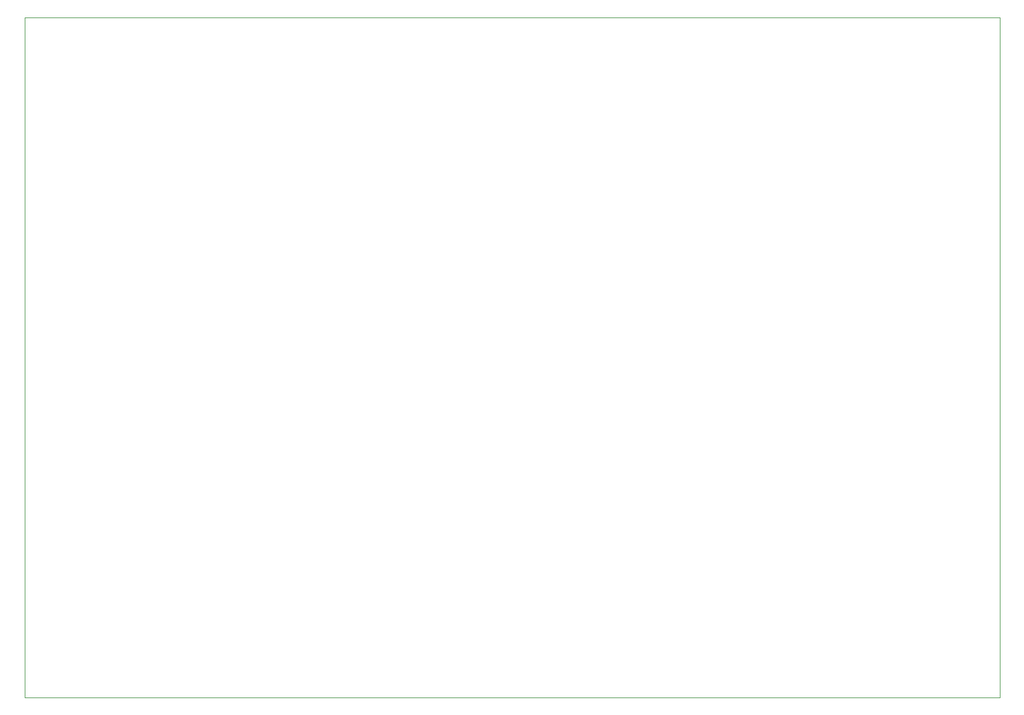
<source format=gbr>
%TF.GenerationSoftware,KiCad,Pcbnew,9.0.1*%
%TF.CreationDate,2025-09-08T23:23:36-04:00*%
%TF.ProjectId,SNAKE_GAME,534e414b-455f-4474-914d-452e6b696361,rev?*%
%TF.SameCoordinates,Original*%
%TF.FileFunction,Profile,NP*%
%FSLAX46Y46*%
G04 Gerber Fmt 4.6, Leading zero omitted, Abs format (unit mm)*
G04 Created by KiCad (PCBNEW 9.0.1) date 2025-09-08 23:23:36*
%MOMM*%
%LPD*%
G01*
G04 APERTURE LIST*
%TA.AperFunction,Profile*%
%ADD10C,0.050000*%
%TD*%
G04 APERTURE END LIST*
D10*
X34750000Y-26500000D02*
X171500000Y-26500000D01*
X171500000Y-122000000D01*
X34750000Y-122000000D01*
X34750000Y-26500000D01*
M02*

</source>
